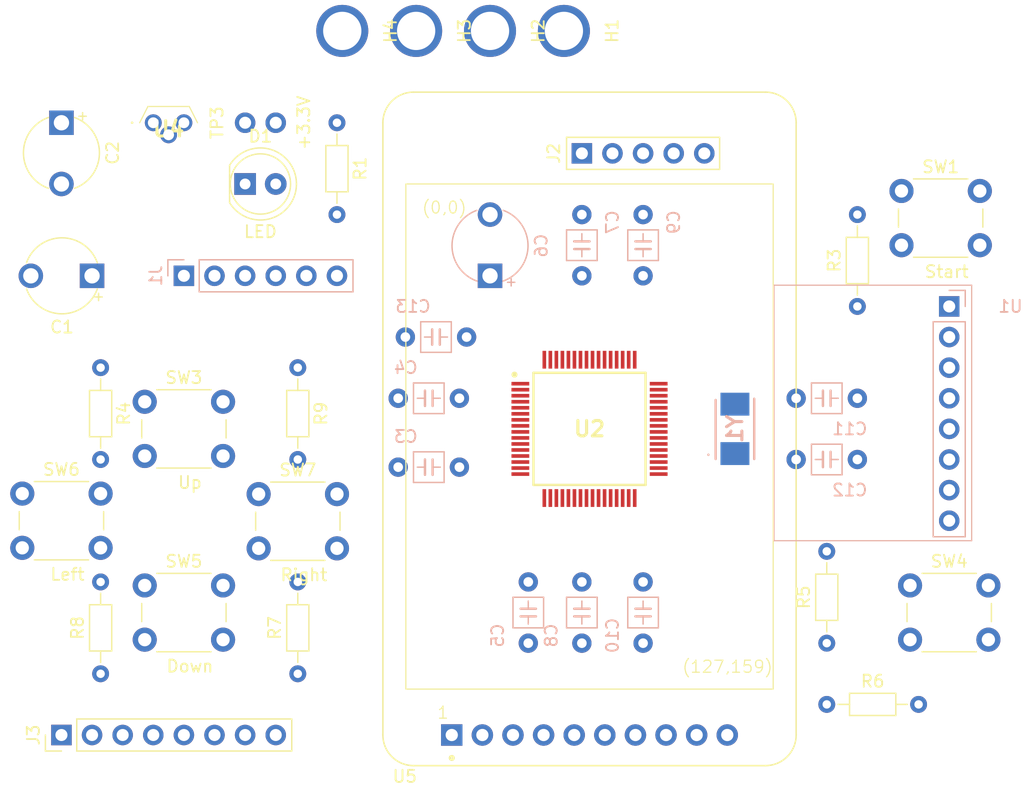
<source format=kicad_pcb>
(kicad_pcb (version 20221018) (generator pcbnew)
  (layers (0 "F.Cu" signal) (31 "B.Cu" signal) (34 "B.Paste" user) (35 "F.Paste" user) (36 "B.SilkS" user "B.Silkscreen") (37 "F.SilkS" user "F.Silkscreen") (38 "B.Mask" user) (39 "F.Mask" user) (44 "Edge.Cuts" user))
  (net 0 "")
  (net 1 "GND")
  (net 2 "+3V3")
  (net 3 "/LDO")
  (net 4 "/OSC1")
  (net 5 "/OSC2")
  (net 6 "Net-(D1-A)")
  (net 11 "/TCK")
  (net 12 "/TMS")
  (net 13 "/TDI")
  (net 14 "/TDO")
  (net 15 "PA5")
  (net 16 "PA4")
  (net 17 "PA2")
  (net 18 "PD3")
  (net 19 "PD1")
  (net 20 "PD0")
  (net 21 "PE1")
  (net 22 "PE0")
  (net 23 "+3.3V")
  (net 24 "PE3")
  (net 25 "PE2")
  (net 26 "Net-(U2-~{WAKE})")
  (net 27 "/Reset")
  (net 28 "PB6")
  (net 29 "PB7")
  (net 30 "PF4")
  (net 31 "PD7")
  (net 32 "PC7")
  (net 33 "PC6")
  (net 34 "PC5")
  (net 35 "PC4")
  (net 36 "PA0")
  (net 37 "PA1")
  (net 38 "PA3")
  (net 39 "PA6")
  (net 40 "PA7")
  (net 41 "PF0")
  (net 42 "PF1")
  (net 43 "PF2")
  (net 44 "PF3")
  (net 47 "PD4")
  (net 48 "PD5")
  (net 49 "PB0")
  (net 50 "PB1")
  (net 51 "PB2")
  (net 52 "PB3")
  (net 53 "PD6")
  (net 54 "PB5")
  (net 55 "PB4")
  (net 56 "PE4")
  (net 57 "PE5")
  (net 58 "PD2")
  (net 64 "Net-(J1-VCC)")
  (footprint "ECE445L:LED_D5.0mm" (layer "F.Cu") (at 124.46 58.42)
    (fp_text reference "D1" (at 1.27 -3.96) (layer "F.SilkS"))
    (fp_text value "LED" (at 1.27 3.96) (layer "F.SilkS"))
    (fp_line (start -1.29 -1.545) (end -1.29 1.545) (stroke (width 0.12)) (layer "F.SilkS"))
    (fp_arc (start -1.29 -1.54483) (mid 2.072002 -2.880433) (end 4.26 0.000462) (stroke (width 0.12)) (layer "F.SilkS"))
    (fp_arc (start 4.26 -0.000462) (mid 2.072002 2.880433) (end -1.29 1.54483) (stroke (width 0.12)) (layer "F.SilkS"))
    (fp_circle (center 1.27 0) (end 3.77 0) (stroke (width 0.12)) (fill none) (layer "F.SilkS"))
    (pad "1" thru_hole rect (at 0 0) (size 1.8 1.8) (drill 0.9) (layers "*.Cu" "*.Mask") (net 1 "GND"))
    (pad "2" thru_hole circle (at 2.54 0) (size 1.8 1.8) (drill 0.9) (layers "*.Cu" "*.Mask") (net 6 "Net-(D1-A)"))
  )
  (footprint "ECE445L:R_Axial_DIN0204_L3.6mm_D1.6mm_P7.62mm_Horizontal" (layer "F.Cu") (at 128.83 73.66 -90)
    (fp_text reference "R9" (at 3.81 -1.92 90) (layer "F.SilkS"))
    (fp_text value "10k")
    (fp_line (start 0.94 0) (end 1.89 0) (stroke (width 0.12)) (layer "F.SilkS"))
    (fp_line (start 1.89 -0.92) (end 1.89 0.92) (stroke (width 0.12)) (layer "F.SilkS"))
    (fp_line (start 1.89 0.92) (end 5.73 0.92) (stroke (width 0.12)) (layer "F.SilkS"))
    (fp_line (start 5.73 -0.92) (end 1.89 -0.92) (stroke (width 0.12)) (layer "F.SilkS"))
    (fp_line (start 5.73 0.92) (end 5.73 -0.92) (stroke (width 0.12)) (layer "F.SilkS"))
    (fp_line (start 6.68 0) (end 5.73 0) (stroke (width 0.12)) (layer "F.SilkS"))
    (pad "1" thru_hole circle (at 0 0 270) (size 1.4 1.4) (drill 0.7) (layers "*.Cu" "*.Mask") (net 23 "+3.3V"))
    (pad "2" thru_hole oval (at 7.62 0 270) (size 1.4 1.4) (drill 0.7) (layers "*.Cu" "*.Mask") (net 54 "PB5"))
  )
  (footprint "ECE445L:CP_Radial_Tantal200mil" (layer "F.Cu") (at 111.76 66.04 180)
    (fp_text reference "C1" (at 2.5 -4.25) (layer "F.SilkS"))
    (fp_text value "4.7uF")
    (fp_line (start -0.839749 -1.755) (end -0.239749 -1.755) (stroke (width 0.12)) (layer "F.SilkS"))
    (fp_line (start -0.539749 -2.055) (end -0.539749 -1.455) (stroke (width 0.12)) (layer "F.SilkS"))
    (fp_arc (start -0.434416 -1.0922) (mid 2.5 -3.1522) (end 5.434416 -1.0922) (stroke (width 0.12)) (layer "F.SilkS"))
    (fp_arc (start 5.434416 1.0922) (mid 2.5 3.1522) (end -0.434416 1.0922) (stroke (width 0.12)) (layer "F.SilkS"))
    (pad "1" thru_hole rect (at 0 0 180) (size 2.032 2.032) (drill 1.27) (layers "*.Cu" "*.Mask") (net 64 "Net-(J1-VCC)"))
    (pad "2" thru_hole circle (at 5.08 0 180) (size 2.032 2.032) (drill 1.27) (layers "*.Cu" "*.Mask") (net 1 "GND"))
  )
  (footprint "ECE445L:SW_PUSH_6mm" (layer "F.Cu") (at 116.13 76.49)
    (fp_text reference "SW3" (at 3.25 -2) (layer "F.SilkS"))
    (fp_text value "Up" (at 3.75 6.7) (layer "F.SilkS"))
    (fp_line (start -0.25 1.5) (end -0.25 3) (stroke (width 0.12)) (layer "F.SilkS"))
    (fp_line (start 1 5.5) (end 5.5 5.5) (stroke (width 0.12)) (layer "F.SilkS"))
    (fp_line (start 5.5 -1) (end 1 -1) (stroke (width 0.12)) (layer "F.SilkS"))
    (fp_line (start 6.75 3) (end 6.75 1.5) (stroke (width 0.12)) (layer "F.SilkS"))
    (pad "1" thru_hole circle (at 0 0 90) (size 2 2) (drill 1.1) (layers "*.Cu" "*.Mask") (net 1 "GND"))
    (pad "1" thru_hole circle (at 6.5 0 90) (size 2 2) (drill 1.1) (layers "*.Cu" "*.Mask") (net 1 "GND"))
    (pad "2" thru_hole circle (at 0 4.5 90) (size 2 2) (drill 1.1) (layers "*.Cu" "*.Mask") (net 24 "PE3"))
    (pad "2" thru_hole circle (at 6.5 4.5 90) (size 2 2) (drill 1.1) (layers "*.Cu" "*.Mask") (net 24 "PE3"))
  )
  (footprint "ECE445L:SW_PUSH_6mm" (layer "F.Cu") (at 125.583076 84.152532)
    (fp_text reference "SW7" (at 3.25 -2) (layer "F.SilkS"))
    (fp_text value "Right" (at 3.75 6.7) (layer "F.SilkS"))
    (fp_line (start -0.25 1.5) (end -0.25 3) (stroke (width 0.12)) (layer "F.SilkS"))
    (fp_line (start 1 5.5) (end 5.5 5.5) (stroke (width 0.12)) (layer "F.SilkS"))
    (fp_line (start 5.5 -1) (end 1 -1) (stroke (width 0.12)) (layer "F.SilkS"))
    (fp_line (start 6.75 3) (end 6.75 1.5) (stroke (width 0.12)) (layer "F.SilkS"))
    (pad "1" thru_hole circle (at 0 0 90) (size 2 2) (drill 1.1) (layers "*.Cu" "*.Mask") (net 54 "PB5"))
    (pad "1" thru_hole circle (at 6.5 0 90) (size 2 2) (drill 1.1) (layers "*.Cu" "*.Mask") (net 54 "PB5"))
    (pad "2" thru_hole circle (at 0 4.5 90) (size 2 2) (drill 1.1) (layers "*.Cu" "*.Mask") (net 1 "GND"))
    (pad "2" thru_hole circle (at 6.5 4.5 90) (size 2 2) (drill 1.1) (layers "*.Cu" "*.Mask") (net 1 "GND"))
  )
  (footprint "ECE445L:R_Axial_DIN0204_L3.6mm_D1.6mm_P7.62mm_Horizontal" (layer "F.Cu") (at 112.47 99.06 90)
    (fp_text reference "R8" (at 3.81 -1.92 90) (layer "F.SilkS"))
    (fp_text value "10k")
    (fp_line (start 0.94 0) (end 1.89 0) (stroke (width 0.12)) (layer "F.SilkS"))
    (fp_line (start 1.89 -0.92) (end 1.89 0.92) (stroke (width 0.12)) (layer "F.SilkS"))
    (fp_line (start 1.89 0.92) (end 5.73 0.92) (stroke (width 0.12)) (layer "F.SilkS"))
    (fp_line (start 5.73 -0.92) (end 1.89 -0.92) (stroke (width 0.12)) (layer "F.SilkS"))
    (fp_line (start 5.73 0.92) (end 5.73 -0.92) (stroke (width 0.12)) (layer "F.SilkS"))
    (fp_line (start 6.68 0) (end 5.73 0) (stroke (width 0.12)) (layer "F.SilkS"))
    (pad "1" thru_hole circle (at 0 0 90) (size 1.4 1.4) (drill 0.7) (layers "*.Cu" "*.Mask") (net 23 "+3.3V"))
    (pad "2" thru_hole oval (at 7.62 0 90) (size 1.4 1.4) (drill 0.7) (layers "*.Cu" "*.Mask") (net 55 "PB4"))
  )
  (footprint "ECE445L:CP_Radial_Tantal200mil" (layer "F.Cu") (at 109.22 53.34 -90)
    (fp_text reference "C2" (at 2.5 -4.25 90) (layer "F.SilkS"))
    (fp_text value "4.7uF")
    (fp_line (start -0.839749 -1.755) (end -0.239749 -1.755) (stroke (width 0.12)) (layer "F.SilkS"))
    (fp_line (start -0.539749 -2.055) (end -0.539749 -1.455) (stroke (width 0.12)) (layer "F.SilkS"))
    (fp_arc (start -0.434416 -1.0922) (mid 2.5 -3.1522) (end 5.434416 -1.0922) (stroke (width 0.12)) (layer "F.SilkS"))
    (fp_arc (start 5.434416 1.0922) (mid 2.5 3.1522) (end -0.434416 1.0922) (stroke (width 0.12)) (layer "F.SilkS"))
    (pad "1" thru_hole rect (at 0 0 270) (size 2.032 2.032) (drill 1.27) (layers "*.Cu" "*.Mask") (net 2 "+3V3"))
    (pad "2" thru_hole circle (at 5.08 0 270) (size 2.032 2.032) (drill 1.27) (layers "*.Cu" "*.Mask") (net 1 "GND"))
  )
  (footprint "ECE445L:R_Axial_DIN0204_L3.6mm_D1.6mm_P7.62mm_Horizontal" (layer "F.Cu") (at 112.47 73.66 -90)
    (fp_text reference "R4" (at 3.81 -1.92 90) (layer "F.SilkS"))
    (fp_text value "10k")
    (fp_line (start 0.94 0) (end 1.89 0) (stroke (width 0.12)) (layer "F.SilkS"))
    (fp_line (start 1.89 -0.92) (end 1.89 0.92) (stroke (width 0.12)) (layer "F.SilkS"))
    (fp_line (start 1.89 0.92) (end 5.73 0.92) (stroke (width 0.12)) (layer "F.SilkS"))
    (fp_line (start 5.73 -0.92) (end 1.89 -0.92) (stroke (width 0.12)) (layer "F.SilkS"))
    (fp_line (start 5.73 0.92) (end 5.73 -0.92) (stroke (width 0.12)) (layer "F.SilkS"))
    (fp_line (start 6.68 0) (end 5.73 0) (stroke (width 0.12)) (layer "F.SilkS"))
    (pad "1" thru_hole circle (at 0 0 270) (size 1.4 1.4) (drill 0.7) (layers "*.Cu" "*.Mask") (net 23 "+3.3V"))
    (pad "2" thru_hole oval (at 7.62 0 270) (size 1.4 1.4) (drill 0.7) (layers "*.Cu" "*.Mask") (net 24 "PE3"))
  )
  (footprint "ECE445L:adafruit_st7735r2" (layer "F.Cu") (at 153.035 78.74)
    (fp_text reference "U5" (at -15.326822 28.835464) (layer "F.SilkS"))
    (fp_text value "Adafruit ST7735R")
    (fp_text user "(0,0)" (at -13.97 -17.78 unlocked) (layer "F.SilkS") (effects (font (thickness 0.1)) (justify left bottom)))
    (fp_text user "(127,159)" (at 7.62 20.32 unlocked) (layer "F.SilkS") (effects (font (thickness 0.1)) (justify left bottom)))
    (fp_text user "1" (at -12.7 24.13 unlocked) (layer "F.SilkS") (effects (font (thickness 0.1)) (justify left bottom)))
    (fp_line (start -17.145 -25.4) (end -17.145 25.4) (stroke (width 0.127)) (layer "F.SilkS"))
    (fp_line (start -14.605 27.94) (end 14.605 27.94) (stroke (width 0.127)) (layer "F.SilkS"))
    (fp_line (start 14.605 -27.94) (end -14.605 -27.94) (stroke (width 0.127)) (layer "F.SilkS"))
    (fp_line (start 17.145 25.4) (end 17.145 -25.4) (stroke (width 0.127)) (layer "F.SilkS"))
    (fp_rect (start -15.24 -20.32) (end 15.24 21.59) (stroke (width 0.1)) (fill none) (layer "F.SilkS"))
    (fp_arc (start -17.145 -25.4) (mid -16.401051 -27.196051) (end -14.605 -27.94) (stroke (width 0.127)) (layer "F.SilkS"))
    (fp_arc (start -14.605 27.94) (mid -16.401051 27.196051) (end -17.145 25.4) (stroke (width 0.127)) (layer "F.SilkS"))
    (fp_arc (start 14.605 -27.94) (mid 16.401051 -27.196051) (end 17.145 -25.4) (stroke (width 0.127)) (layer "F.SilkS"))
    (fp_arc (start 17.145 25.4) (mid 16.401051 27.196051) (end 14.605 27.94) (stroke (width 0.127)) (layer "F.SilkS"))
    (fp_circle (center -11.43 27.305) (end -11.2776 27.305) (stroke (width 0.2032)) (fill none) (layer "F.SilkS"))
    (pad "" np_thru_hole circle (at -14.605 -25.4 90) (size 2.2 2.2) (drill 2.2) (layers "*.Cu" "*.Mask"))
    (pad "" np_thru_hole circle (at -14.605 25.4 90) (size 2.2 2.2) (drill 2.2) (layers "F&B.Cu" "*.Mask"))
    (pad "" np_thru_hole circle (at 14.605 -25.4 90) (size 2.2 2.2) (drill 2.2) (layers "F&B.Cu" "*.Mask"))
    (pad "" np_thru_hole circle (at 14.605 25.4 90) (size 2.2 2.2) (drill 2.2) (layers "F&B.Cu" "*.Mask"))
    (pad "1" thru_hole rect (at -11.43 25.4 90) (size 1.778 1.778) (drill 1.016) (layers "*.Cu" "*.Mask") (net 1 "GND"))
    (pad "2" thru_hole circle (at -8.89 25.4 90) (size 1.778 1.778) (drill 1.016) (layers "*.Cu" "*.Mask") (net 2 "+3V3"))
    (pad "3" thru_hole circle (at -6.35 25.4 90) (size 1.778 1.778) (drill 1.016) (layers "*.Cu" "*.Mask") (net 40 "PA7"))
    (pad "4" thru_hole circle (at -3.81 25.4 90) (size 1.778 1.778) (drill 1.016) (layers "*.Cu" "*.Mask") (net 39 "PA6"))
    (pad "5" thru_hole circle (at -1.27 25.4 90) (size 1.778 1.778) (drill 1.016) (layers "*.Cu" "*.Mask") (net 31 "PD7"))
    (pad "6" thru_hole circle (at 1.27 25.4 90) (size 1.778 1.778) (drill 1.016) (layers "*.Cu" "*.Mask") (net 38 "PA3"))
    (pad "7" thru_hole circle (at 3.81 25.4 90) (size 1.778 1.778) (drill 1.016) (layers "*.Cu" "*.Mask") (net 15 "PA5"))
    (pad "8" thru_hole circle (at 6.35 25.4 90) (size 1.778 1.778) (drill 1.016) (layers "*.Cu" "*.Mask") (net 17 "PA2"))
    (pad "9" thru_hole circle (at 8.89 25.4 90) (size 1.778 1.778) (drill 1.016) (layers "*.Cu" "*.Mask") (net 16 "PA4"))
    (pad "10" thru_hole circle (at 11.43 25.4 90) (size 1.778 1.778) (drill 1.016) (layers "*.Cu" "*.Mask") (net 2 "+3V3"))
  )
  (footprint "ECE445L:TL431CLPM" (layer "F.Cu") (at 116.84 53.34)
    (fp_text reference "U4" (at 1.27 0.525) (layer "F.SilkS") (effects (font (size 1.27 1.27) (thickness 0.254))))
    (fp_text value "LP2950-33LPRE3" hide)
    (fp_line (start -1.809 -0.005) (end -1.809 -0.005) (stroke (width 0.1)) (layer "F.SilkS"))
    (fp_line (start -1.707 -0.005) (end -1.707 -0.005) (stroke (width 0.1)) (layer "F.SilkS"))
    (fp_line (start -0.445 -1.35) (end -1.13 0) (stroke (width 0.1)) (layer "F.SilkS"))
    (fp_line (start 2.985 -1.35) (end -0.445 -1.35) (stroke (width 0.1)) (layer "F.SilkS"))
    (fp_line (start 3.67 0) (end 2.985 -1.35) (stroke (width 0.1)) (layer "F.SilkS"))
    (fp_arc (start -1.809 -0.005) (mid -1.758 -0.056) (end -1.707 -0.005) (stroke (width 0.1)) (layer "F.SilkS"))
    (fp_arc (start -1.707 -0.005) (mid -1.758 0.046) (end -1.809 -0.005) (stroke (width 0.1)) (layer "F.SilkS"))
    (pad "1" thru_hole circle (at 0 0) (size 1.4 1.4) (drill 0.9) (layers "*.Cu" "*.Mask") (net 2 "+3V3"))
    (pad "2" thru_hole circle (at 1.27 1) (size 1.4 1.4) (drill 0.9) (layers "*.Cu" "*.Mask") (net 1 "GND"))
    (pad "3" thru_hole circle (at 2.54 0) (size 1.4 1.4) (drill 0.9) (layers "*.Cu" "*.Mask") (net 64 "Net-(J1-VCC)"))
  )
  (footprint "ECE445L:R_Axial_DIN0204_L3.6mm_D1.6mm_P7.62mm_Horizontal" (layer "F.Cu") (at 175.26 68.58 90)
    (fp_text reference "R3" (at 3.81 -1.92 90) (layer "F.SilkS"))
    (fp_text value "10k")
    (fp_line (start 0.94 0) (end 1.89 0) (stroke (width 0.12)) (layer "F.SilkS"))
    (fp_line (start 1.89 -0.92) (end 1.89 0.92) (stroke (width 0.12)) (layer "F.SilkS"))
    (fp_line (start 1.89 0.92) (end 5.73 0.92) (stroke (width 0.12)) (layer "F.SilkS"))
    (fp_line (start 5.73 -0.92) (end 1.89 -0.92) (stroke (width 0.12)) (layer "F.SilkS"))
    (fp_line (start 5.73 0.92) (end 5.73 -0.92) (stroke (width 0.12)) (layer "F.SilkS"))
    (fp_line (start 6.68 0) (end 5.73 0) (stroke (width 0.12)) (layer "F.SilkS"))
    (pad "1" thru_hole circle (at 0 0 90) (size 1.4 1.4) (drill 0.7) (layers "*.Cu" "*.Mask") (net 23 "+3.3V"))
    (pad "2" thru_hole oval (at 7.62 0 90) (size 1.4 1.4) (drill 0.7) (layers "*.Cu" "*.Mask") (net 58 "PD2"))
  )
  (footprint "ECE445L:R_Axial_DIN0204_L3.6mm_D1.6mm_P7.62mm_Horizontal" (layer "F.Cu") (at 172.72 101.6)
    (fp_text reference "R6" (at 3.81 -1.92) (layer "F.SilkS"))
    (fp_text value "10k")
    (fp_line (start 0.94 0) (end 1.89 0) (stroke (width 0.12)) (layer "F.SilkS"))
    (fp_line (start 1.89 -0.92) (end 1.89 0.92) (stroke (width 0.12)) (layer "F.SilkS"))
    (fp_line (start 1.89 0.92) (end 5.73 0.92) (stroke (width 0.12)) (layer "F.SilkS"))
    (fp_line (start 5.73 -0.92) (end 1.89 -0.92) (stroke (width 0.12)) (layer "F.SilkS"))
    (fp_line (start 5.73 0.92) (end 5.73 -0.92) (stroke (width 0.12)) (layer "F.SilkS"))
    (fp_line (start 6.68 0) (end 5.73 0) (stroke (width 0.12)) (layer "F.SilkS"))
    (pad "1" thru_hole circle (at 0 0) (size 1.4 1.4) (drill 0.7) (layers "*.Cu" "*.Mask") (net 2 "+3V3"))
    (pad "2" thru_hole oval (at 7.62 0) (size 1.4 1.4) (drill 0.7) (layers "*.Cu" "*.Mask") (net 27 "/Reset"))
  )
  (footprint "ECE445L:MountingHole_4_40" (layer "F.Cu") (at 150.91 45.72 -90)
    (fp_text reference "H1" (at 0 -4 90) (layer "F.SilkS"))
    (fp_text value "~")
    (pad "1" thru_hole circle (at 0 0 270) (size 4.318 4.318) (drill 3.175) (layers "*.Cu" "*.Mask"))
  )
  (footprint "Button_Switch_THT:SW_PUSH_6mm" (layer "F.Cu") (at 179.63 91.73)
    (fp_text reference "SW4" (at 3.25 -2) (layer "F.SilkS"))
    (fp_text value "Reset")
    (fp_line (start -0.25 1.5) (end -0.25 3) (stroke (width 0.12)) (layer "F.SilkS"))
    (fp_line (start 1 5.5) (end 5.5 5.5) (stroke (width 0.12)) (layer "F.SilkS"))
    (fp_line (start 5.5 -1) (end 1 -1) (stroke (width 0.12)) (layer "F.SilkS"))
    (fp_line (start 6.75 3) (end 6.75 1.5) (stroke (width 0.12)) (layer "F.SilkS"))
    (pad "1" thru_hole circle (at 0 0 90) (size 2 2) (drill 1.1) (layers "*.Cu" "*.Mask") (net 1 "GND"))
    (pad "1" thru_hole circle (at 6.5 0 90) (size 2 2) (drill 1.1) (layers "*.Cu" "*.Mask") (net 1 "GND"))
    (pad "2" thru_hole circle (at 0 4.5 90) (size 2 2) (drill 1.1) (layers "*.Cu" "*.Mask") (net 27 "/Reset"))
    (pad "2" thru_hole circle (at 6.5 4.5 90) (size 2 2) (drill 1.1) (layers "*.Cu" "*.Mask") (net 27 "/Reset"))
  )
  (footprint "ECE445L:R_Axial_DIN0204_L3.6mm_D1.6mm_P7.62mm_Horizontal" (layer "F.Cu") (at 132.08 53.34 -90)
    (fp_text reference "R1" (at 3.81 -1.92 90) (layer "F.SilkS"))
    (fp_text value "470")
    (fp_line (start 0.94 0) (end 1.89 0) (stroke (width 0.12)) (layer "F.SilkS"))
    (fp_line (start 1.89 -0.92) (end 1.89 0.92) (stroke (width 0.12)) (layer "F.SilkS"))
    (fp_line (start 1.89 0.92) (end 5.73 0.92) (stroke (width 0.12)) (layer "F.SilkS"))
    (fp_line (start 5.73 -0.92) (end 1.89 -0.92) (stroke (width 0.12)) (layer "F.SilkS"))
    (fp_line (start 5.73 0.92) (end 5.73 -0.92) (stroke (width 0.12)) (layer "F.SilkS"))
    (fp_line (start 6.68 0) (end 5.73 0) (stroke (width 0.12)) (layer "F.SilkS"))
    (pad "1" thru_hole circle (at 0 0 270) (size 1.4 1.4) (drill 0.7) (layers "*.Cu" "*.Mask") (net 2 "+3V3"))
    (pad "2" thru_hole oval (at 7.62 0 270) (size 1.4 1.4) (drill 0.7) (layers "*.Cu" "*.Mask") (net 6 "Net-(D1-A)"))
  )
  (footprint "ECE445L:SW_PUSH_6mm" (layer "F.Cu") (at 116.13 91.73)
    (fp_text reference "SW5" (at 3.25 -2) (layer "F.SilkS"))
    (fp_text value "Down" (at 3.75 6.7) (layer "F.SilkS"))
    (fp_line (start -0.25 1.5) (end -0.25 3) (stroke (width 0.12)) (layer "F.SilkS"))
    (fp_line (start 1 5.5) (end 5.5 5.5) (stroke (width 0.12)) (layer "F.SilkS"))
    (fp_line (start 5.5 -1) (end 1 -1) (stroke (width 0.12)) (layer "F.SilkS"))
    (fp_line (start 6.75 3) (end 6.75 1.5) (stroke (width 0.12)) (layer "F.SilkS"))
    (pad "1" thru_hole circle (at 0 0 90) (size 2 2) (drill 1.1) (layers "*.Cu" "*.Mask") (net 25 "PE2"))
    (pad "1" thru_hole circle (at 6.5 0 90) (size 2 2) (drill 1.1) (layers "*.Cu" "*.Mask") (net 25 "PE2"))
    (pad "2" thru_hole circle (at 0 4.5 90) (size 2 2) (drill 1.1) (layers "*.Cu" "*.Mask") (net 1 "GND"))
    (pad "2" thru_hole circle (at 6.5 4.5 90) (size 2 2) (drill 1.1) (layers "*.Cu" "*.Mask") (net 1 "GND"))
  )
  (footprint "ECE445L:QFP50P1200X1200X160-64N" (layer "F.Cu") (at 153.035 78.74)
    (fp_text reference "U2" (at 0 0) (layer "F.SilkS") (effects (font (size 1.27 1.27) (thickness 0.254))))
    (fp_text value "TM4C123GH6PMIR" hide)
    (fp_line (start -4.65 -4.65) (end 4.65 -4.65) (stroke (width 0.2)) (layer "F.SilkS"))
    (fp_line (start -4.65 4.65) (end -4.65 -4.65) (stroke (width 0.2)) (layer "F.SilkS"))
    (fp_line (start 4.65 -4.65) (end 4.65 4.65) (stroke (width 0.2)) (layer "F.SilkS"))
    (fp_line (start 4.65 4.65) (end -4.65 4.65) (stroke (width 0.2)) (layer "F.SilkS"))
    (fp_circle (center -6.225 -4.5) (end -6.225 -4.375) (stroke (width 0.25)) (fill none) (layer "F.SilkS"))
    (pad "1" smd rect (at -5.738 -3.75 90) (size 0.3 1.475) (layers "F.Cu" "F.Paste" "F.Mask") (net 28 "PB6"))
    (pad "2" smd rect (at -5.738 -3.25 90) (size 0.3 1.475) (layers "F.Cu" "F.Paste" "F.Mask") (net 2 "+3V3"))
    (pad "3" smd rect (at -5.738 -2.75 90) (size 0.3 1.475) (layers "F.Cu" "F.Paste" "F.Mask") (net 1 "GND"))
    (pad "4" smd rect (at -5.738 -2.25 90) (size 0.3 1.475) (layers "F.Cu" "F.Paste" "F.Mask") (net 29 "PB7"))
    (pad "5" smd rect (at -5.738 -1.75 90) (size 0.3 1.475) (layers "F.Cu" "F.Paste" "F.Mask") (net 30 "PF4"))
    (pad "6" smd rect (at -5.738 -1.25 90) (size 0.3 1.475) (layers "F.Cu" "F.Paste" "F.Mask") (net 24 "PE3"))
    (pad "7" smd rect (at -5.738 -0.75 90) (size 0.3 1.475) (layers "F.Cu" "F.Paste" "F.Mask") (net 25 "PE2"))
    (pad "8" smd rect (at -5.738 -0.25 90) (size 0.3 1.475) (layers "F.Cu" "F.Paste" "F.Mask") (net 21 "PE1"))
    (pad "9" smd rect (at -5.738 0.25 90) (size 0.3 1.475) (layers "F.Cu" "F.Paste" "F.Mask") (net 22 "PE0"))
    (pad "10" smd rect (at -5.738 0.75 90) (size 0.3 1.475) (layers "F.Cu" "F.Paste" "F.Mask") (net 31 "PD7"))
    (pad "11" smd rect (at -5.738 1.25 90) (size 0.3 1.475) (layers "F.Cu" "F.Paste" "F.Mask") (net 2 "+3V3"))
    (pad "12" smd rect (at -5.738 1.75 90) (size 0.3 1.475) (layers "F.Cu" "F.Paste" "F.Mask") (net 1 "GND"))
    (pad "13" smd rect (at -5.738 2.25 90) (size 0.3 1.475) (layers "F.Cu" "F.Paste" "F.Mask") (net 32 "PC7"))
    (pad "14" smd rect (at -5.738 2.75 90) (size 0.3 1.475) (layers "F.Cu" "F.Paste" "F.Mask") (net 33 "PC6"))
    (pad "15" smd rect (at -5.738 3.25 90) (size 0.3 1.475) (layers "F.Cu" "F.Paste" "F.Mask") (net 34 "PC5"))
    (pad "16" smd rect (at -5.738 3.75 90) (size 0.3 1.475) (layers "F.Cu" "F.Paste" "F.Mask") (net 35 "PC4"))
    (pad "17" smd rect (at -3.75 5.738) (size 0.3 1.475) (layers "F.Cu" "F.Paste" "F.Mask") (net 36 "PA0"))
    (pad "18" smd rect (at -3.25 5.738) (size 0.3 1.475) (layers "F.Cu" "F.Paste" "F.Mask") (net 37 "PA1"))
    (pad "19" smd rect (at -2.75 5.738) (size 0.3 1.475) (layers "F.Cu" "F.Paste" "F.Mask") (net 17 "PA2"))
    (pad "20" smd rect (at -2.25 5.738) (size 0.3 1.475) (layers "F.Cu" "F.Paste" "F.Mask") (net 38 "PA3"))
    (pad "21" smd rect (at -1.75 5.738) (size 0.3 1.475) (layers "F.Cu" "F.Paste" "F.Mask") (net 16 "PA4"))
    (pad "22" smd rect (at -1.25 5.738) (size 0.3 1.475) (layers "F.Cu" "F.Paste" "F.Mask") (net 15 "PA5"))
    (pad "23" smd rect (at -0.75 5.738) (size 0.3 1.475) (layers "F.Cu" "F.Paste" "F.Mask") (net 39 "PA6"))
    (pad "24" smd rect (at -0.25 5.738) (size 0.3 1.475) (layers "F.Cu" "F.Paste" "F.Mask") (net 40 "PA7"))
    (pad "25" smd rect (at 0.25 5.738) (size 0.3 1.475) (layers "F.Cu" "F.Paste" "F.Mask") (net 3 "/LDO"))
    (pad "26" smd rect (at 0.75 5.738) (size 0.3 1.475) (layers "F.Cu" "F.Paste" "F.Mask") (net 2 "+3V3"))
    (pad "27" smd rect (at 1.25 5.738) (size 0.3 1.475) (layers "F.Cu" "F.Paste" "F.Mask") (net 1 "GND"))
    (pad "28" smd rect (at 1.75 5.738) (size 0.3 1.475) (layers "F.Cu" "F.Paste" "F.Mask") (net 41 "PF0"))
    (pad "29" smd rect (at 2.25 5.738) (size 0.3 1.475) (layers "F.Cu" "F.Paste" "F.Mask") (net 42 "PF1"))
    (pad "30" smd rect (at 2.75 5.738) (size 0.3 1.475) (layers "F.Cu" "F.Paste" "F.Mask") (net 43 "PF2"))
    (pad "31" smd rect (at 3.25 5.738) (size 0.3 1.475) (layers "F.Cu" "F.Paste" "F.Mask") (net 44 "PF3"))
    (pad "32" smd rect (at 3.75 5.738) (size 0.3 1.475) (layers "F.Cu" "F.Paste" "F.Mask") (net 26 "Net-(U2-~{WAKE})"))
    (pad "33" smd rect (at 5.738 3.75 90) (size 0.3 1.475) (layers "F.Cu" "F.Paste" "F.Mask"))
    (pad "34" smd rect (at 5.738 3.25 90) (size 0.3 1.475) (layers "F.Cu" "F.Paste" "F.Mask") (net 1 "GND"))
    (pad "35" smd rect (at 5.738 2.75 90) (size 0.3 1.475) (layers "F.Cu" "F.Paste" "F.Mask") (net 1 "GND"))
    (pad "36" smd rect (at 5.738 2.25 90) (size 0.3 1.475) (layers "F.Cu" "F.Paste" "F.Mask"))
    (pad "37" smd rect (at 5.738 1.75 90) (size 0.3 1.475) (layers "F.Cu" "F.Paste" "F.Mask") (net 2 "+3V3"))
    (pad "38" smd rect (at 5.738 1.25 90) (size 0.3 1.475) (layers "F.Cu" "F.Paste" "F.Mask") (net 27 "/Reset"))
    (pad "39" smd rect (at 5.738 0.75 90) (size 0.3 1.475) (layers "F.Cu" "F.Paste" "F.Mask") (net 1 "GND"))
    (pad "40" smd rect (at 5.738 0.25 90) (size 0.3 1.475) (layers "F.Cu" "F.Paste" "F.Mask") (net 5 "/OSC2"))
    (pad "41" smd rect (at 5.738 -0.25 90) (size 0.3 1.475) (layers "F.Cu" "F.Paste" "F.Mask") (net 4 "/OSC1"))
    (pad "42" smd rect (at 5.738 -0.75 90) (size 0.3 1.475) (layers "F.Cu" "F.Paste" "F.Mask") (net 2 "+3V3"))
    (pad "43" smd rect (at 5.738 -1.25 90) (size 0.3 1.475) (layers "F.Cu" "F.Paste" "F.Mask") (net 47 "PD4"))
    (pad "44" smd rect (at 5.738 -1.75 90) (size 0.3 1.475) (layers "F.Cu" "F.Paste" "F.Mask") (net 48 "PD5"))
    (pad "45" smd rect (at 5.738 -2.25 90) (size 0.3 1.475) (layers "F.Cu" "F.Paste" "F.Mask") (net 49 "PB0"))
    (pad "46" smd rect (at 5.738 -2.75 90) (size 0.3 1.475) (layers "F.Cu" "F.Paste" "F.Mask") (net 50 "PB1"))
    (pad "47" smd rect (at 5.738 -3.25 90) (size 0.3 1.475) (layers "F.Cu" "F.Paste" "F.Mask") (net 51 "PB2"))
    (pad "48" smd rect (at 5.738 -3.75 90) (size 0.3 1.475) (layers "F.Cu" "F.Paste" "F.Mask") (net 52 "PB3"))
    (pad "49" smd rect (at 3.75 -5.738) (size 0.3 1.475) (layers "F.Cu" "F.Paste" "F.Mask") (net 14 "/TDO"))
    (pad "50" smd rect (at 3.25 -5.738) (size 0.3 1.475) (layers "F.Cu" "F.Paste" "F.Mask") (net 13 "/TDI"))
    (pad "51" smd rect (at 2.75 -5.738) (size 0.3 1.475) (layers "F.Cu" "F.Paste" "F.Mask") (net 12 "/TMS"))
    (pad "52" smd rect (at 2.25 -5.738) (size 0.3 1.475) (layers "F.Cu" "F.Paste" "F.Mask") (net 11 "/TCK"))
    (pad "53" smd rect (at 1.75 -5.738) (size 0.3 1.475) (layers "F.Cu" "F.Paste" "F.Mask") (net 53 "PD6"))
    (pad "54" smd rect (at 1.25 -5.738) (size 0.3 1.475) (layers "F.Cu" "F.Paste" "F.Mask") (net 2 "+3V3"))
    (pad "55" smd rect (at 0.75 -5.738) (size 0.3 1.475) (layers "F.Cu" "F.Paste" "F.Mask") (net 1 "GND"))
    (pad "56" smd rect (at 0.25 -5.738) (size 0.3 1.475) (layers "F.Cu" "F.Paste" "F.Mask") (net 3 "/LDO"))
    (pad "57" smd rect (at -0.25 -5.738) (size 0.3 1.475) (layers "F.Cu" "F.Paste" "F.Mask") (net 54 "PB5"))
    (pad "58" smd rect (at -0.75 -5.738) (size 0.3 1.475) (layers "F.Cu" "F.Paste" "F.Mask") (net 55 "PB4"))
    (pad "59" smd rect (at -1.25 -5.738) (size 0.3 1.475) (layers "F.Cu" "F.Paste" "F.Mask") (net 56 "PE4"))
    (pad "60" smd rect (at -1.75 -5.738) (size 0.3 1.475) (layers "F.Cu" "F.Paste" "F.Mask") (net 57 "PE5"))
    (pad "61" smd rect (at -2.25 -5.738) (size 0.3 1.475) (layers "F.Cu" "F.Paste" "F.Mask") (net 20 "PD0"))
    (pad "62" smd rect (at -2.75 -5.738) (size 0.3 1.475) (layers "F.Cu" "F.Paste" "F.Mask") (net 19 "PD1"))
    (pad "63" smd rect (at -3.25 -5.738) (size 0.3 1.475) (layers "F.Cu" "F.Paste" "F.Mask") (net 58 "PD2"))
    (pad "64" smd rect (at -3.75 -5.738) (size 0.3 1.475) (layers "F.Cu" "F.Paste" "F.Mask") (net 18 "PD3"))
  )
  (footprint "ECE445L:Testpoint_1x02_P2.54mm" (layer "F.Cu") (at 124.46 53.34 90)
    (fp_text reference "TP3" (at 0 -2.33 90) (layer "F.SilkS"))
    (fp_text value "+3.3V" (at 0 4.87 90) (layer "F.SilkS"))
    (pad "1" thru_hole circle (at 0 0 90) (size 1.7 1.7) (drill 1) (layers "*.Cu" "*.Mask") (net 2 "+3V3"))
    (pad "2" thru_hole oval (at 0 2.54 90) (size 1.7 1.7) (drill 1) (layers "*.Cu" "*.Mask") (net 2 "+3V3"))
  )
  (footprint "ECE445L:R_Axial_DIN0204_L3.6mm_D1.6mm_P7.62mm_Horizontal" (layer "F.Cu") (at 128.83 99.06 90)
    (fp_text reference "R7" (at 3.81 -1.92 90) (layer "F.SilkS"))
    (fp_text value "10k")
    (fp_line (start 0.94 0) (end 1.89 0) (stroke (width 0.12)) (layer "F.SilkS"))
    (fp_line (start 1.89 -0.92) (end 1.89 0.92) (stroke (width 0.12)) (layer "F.SilkS"))
    (fp_line (start 1.89 0.92) (end 5.73 0.92) (stroke (width 0.12)) (layer "F.SilkS"))
    (fp_line (start 5.73 -0.92) (end 1.89 -0.92) (stroke (width 0.12)) (layer "F.SilkS"))
    (fp_line (start 5.73 0.92) (end 5.73 -0.92) (stroke (width 0.12)) (layer "F.SilkS"))
    (fp_line (start 6.68 0) (end 5.73 0) (stroke (width 0.12)) (layer "F.SilkS"))
    (pad "1" thru_hole circle (at 0 0 90) (size 1.4 1.4) (drill 0.7) (layers "*.Cu" "*.Mask") (net 23 "+3.3V"))
    (pad "2" thru_hole oval (at 7.62 0 90) (size 1.4 1.4) (drill 0.7) (layers "*.Cu" "*.Mask") (net 25 "PE2"))
  )
  (footprint "ECE445L:MountingHole_4_40" (layer "F.Cu") (at 144.78 45.72 -90)
    (fp_text reference "H2" (at 0 -4 90) (layer "F.SilkS"))
    (fp_text value "~")
    (pad "1" thru_hole circle (at 0 0 270) (size 4.318 4.318) (drill 3.175) (layers "*.Cu" "*.Mask"))
  )
  (footprint "ECE445L:SW_PUSH_6mm" (layer "F.Cu") (at 105.97 84.11)
    (fp_text reference "SW6" (at 3.25 -2) (layer "F.SilkS"))
    (fp_text value "Left" (at 3.75 6.7) (layer "F.SilkS"))
    (fp_line (start -0.25 1.5) (end -0.25 3) (stroke (width 0.12)) (layer "F.SilkS"))
    (fp_line (start 1 5.5) (end 5.5 5.5) (stroke (width 0.12)) (layer "F.SilkS"))
    (fp_line (start 5.5 -1) (end 1 -1) (stroke (width 0.12)) (layer "F.SilkS"))
    (fp_line (start 6.75 3) (end 6.75 1.5) (stroke (width 0.12)) (layer "F.SilkS"))
    (pad "1" thru_hole circle (at 0 0 90) (size 2 2) (drill 1.1) (layers "*.Cu" "*.Mask") (net 1 "GND"))
    (pad "1" thru_hole circle (at 6.5 0 90) (size 2 2) (drill 1.1) (layers "*.Cu" "*.Mask") (net 1 "GND"))
    (pad "2" thru_hole circle (at 0 4.5 90) (size 2 2) (drill 1.1) (layers "*.Cu" "*.Mask") (net 55 "PB4"))
    (pad "2" thru_hole circle (at 6.5 4.5 90) (size 2 2) (drill 1.1) (layers "*.Cu" "*.Mask") (net 55 "PB4"))
  )
  (footprint "ECE445L:R_Axial_DIN0204_L3.6mm_D1.6mm_P7.62mm_Horizontal" (layer "F.Cu") (at 172.72 96.52 90)
    (fp_text reference "R5" (at 3.81 -1.92 90) (layer "F.SilkS"))
    (fp_text value "1M")
    (fp_line (start 0.94 0) (end 1.89 0) (stroke (width 0.12)) (layer "F.SilkS"))
    (fp_line (start 1.89 -0.92) (end 1.89 0.92) (stroke (width 0.12)) (layer "F.SilkS"))
    (fp_line (start 1.89 0.92) (end 5.73 0.92) (stroke (width 0.12)) (layer "F.SilkS"))
    (fp_line (start 5.73 -0.92) (end 1.89 -0.92) (stroke (width 0.12)) (layer "F.SilkS"))
    (fp_line (start 5.73 0.92) (end 5.73 -0.92) (stroke (width 0.12)) (layer "F.SilkS"))
    (fp_line (start 6.68 0) (end 5.73 0) (stroke (width 0.12)) (layer "F.SilkS"))
    (pad "1" thru_hole circle (at 0 0 90) (size 1.4 1.4) (drill 0.7) (layers "*.Cu" "*.Mask") (net 2 "+3V3"))
    (pad "2" thru_hole oval (at 7.62 0 90) (size 1.4 1.4) (drill 0.7) (layers "*.Cu" "*.Mask") (net 26 "Net-(U2-~{WAKE})"))
  )
  (footprint "ECE445L:PinHeader_1x05_P2.54mm_Vertical" (layer "F.Cu") (at 152.4 55.88 90)
    (fp_text reference "J2" (at 0 -2.33 90) (layer "F.SilkS"))
    (fp_text value "JTAG")
    (fp_line (start -1.33 -1.27) (end -1.33 11.43) (stroke (width 0.12)) (layer "F.SilkS"))
    (fp_line (start -1.33 -1.27) (end 1.33 -1.27) (stroke (width 0.12)) (layer "F.SilkS"))
    (fp_line (start -1.33 11.43) (end 1.33 11.43) (stroke (width 0.12)) (layer "F.SilkS"))
    (fp_line (start 1.33 -1.27) (end 1.33 11.43) (stroke (width 0.12)) (layer "F.SilkS"))
    (pad "1" thru_hole rect (at 0 0 90) (size 1.7 1.7) (drill 1) (layers "*.Cu" "*.Mask") (net 1 "GND"))
    (pad "2" thru_hole oval (at 0 2.54 90) (size 1.7 1.7) (drill 1) (layers "*.Cu" "*.Mask") (net 11 "/TCK"))
    (pad "3" thru_hole oval (at 0 5.08 90) (size 1.7 1.7) (drill 1) (layers "*.Cu" "*.Mask") (net 12 "/TMS"))
    (pad "4" thru_hole oval (at 0 7.62 90) (size 1.7 1.7) (drill 1) (layers "*.Cu" "*.Mask") (net 13 "/TDI"))
    (pad "5" thru_hole oval (at 0 10.16 90) (size 1.7 1.7) (drill 1) (layers "*.Cu" "*.Mask") (net 14 "/TDO"))
  )
  (footprint "Connector_PinHeader_2.54mm:PinHeader_1x08_P2.54mm_Vertical" (layer "F.Cu") (at 109.22 104.14 90)
    (fp_text reference "J3" (at 0 -2.33 90) (layer "F.SilkS"))
    (fp_text value "Conn_01x08_Pin")
    (fp_line (start -1.33 -1.33) (end 0 -1.33) (stroke (width 0.12)) (layer "F.SilkS"))
    (fp_line (start -1.33 0) (end -1.33 -1.33) (stroke (width 0.12)) (layer "F.SilkS"))
    (fp_line (start -1.33 1.27) (end -1.33 19.11) (stroke (width 0.12)) (layer "F.SilkS"))
    (fp_line (start -1.33 1.27) (end 1.33 1.27) (stroke (width 0.12)) (layer "F.SilkS"))
    (fp_line (start -1.33 19.11) (end 1.33 19.11) (stroke (width 0.12)) (layer "F.SilkS"))
    (fp_line (start 1.33 1.27) (end 1.33 19.11) (stroke (width 0.12)) (layer "F.SilkS"))
    (pad "1" thru_hole rect (at 0 0 90) (size 1.7 1.7) (drill 1) (layers "*.Cu" "*.Mask") (net 25 "PE2"))
    (pad "2" thru_hole oval (at 0 2.54 90) (size 1.7 1.7) (drill 1) (layers "*.Cu" "*.Mask") (net 24 "PE3"))
    (pad "3" thru_hole oval (at 0 5.08 90) (size 1.7 1.7) (drill 1) (layers "*.Cu" "*.Mask") (net 56 "PE4"))
    (pad "4" thru_hole oval (at 0 7.62 90) (size 1.7 1.7) (drill 1) (layers "*.Cu" "*.Mask") (net 57 "PE5"))
    (pad "5" thru_hole oval (at 0 10.16 90) (size 1.7 1.7) (drill 1) (layers "*.Cu" "*.Mask") (net 58 "PD2"))
    (pad "6" thru_hole oval (at 0 12.7 90) (size 1.7 1.7) (drill 1) (layers "*.Cu" "*.Mask") (net 19 "PD1"))
    (pad "7" thru_hole oval (at 0 15.24 90) (size 1.7 1.7) (drill 1) (layers "*.Cu" "*.Mask") (net 20 "PD0"))
    (pad "8" thru_hole oval (at 0 17.78 90) (size 1.7 1.7) (drill 1) (layers "*.Cu" "*.Mask"))
  )
  (footprint "ECE445L:MountingHole_4_40" (layer "F.Cu") (at 132.52 45.72 -90)
    (fp_text reference "H4" (at 0 -4 90) (layer "F.SilkS"))
    (fp_text value "~")
    (pad "1" thru_hole circle (at 0 0 270) (size 4.318 4.318) (drill 3.175) (layers "*.Cu" "*.Mask"))
  )
  (footprint "ECE445L:SW_PUSH_6mm" (layer "F.Cu") (at 178.92 59)
    (fp_text reference "SW1" (at 3.25 -2) (layer "F.SilkS"))
    (fp_text value "Start" (at 3.75 6.7) (layer "F.SilkS"))
    (fp_line (start -0.25 1.5) (end -0.25 3) (stroke (width 0.12)) (layer "F.SilkS"))
    (fp_line (start 1 5.5) (end 5.5 5.5) (stroke (width 0.12)) (layer "F.SilkS"))
    (fp_line (start 5.5 -1) (end 1 -1) (stroke (width 0.12)) (layer "F.SilkS"))
    (fp_line (start 6.75 3) (end 6.75 1.5) (stroke (width 0.12)) (layer "F.SilkS"))
    (pad "1" thru_hole circle (at 0 0 90) (size 2 2) (drill 1.1) (layers "*.Cu" "*.Mask") (net 58 "PD2"))
    (pad "1" thru_hole circle (at 6.5 0 90) (size 2 2) (drill 1.1) (layers "*.Cu" "*.Mask") (net 58 "PD2"))
    (pad "2" thru_hole circle (at 0 4.5 90) (size 2 2) (drill 1.1) (layers "*.Cu" "*.Mask") (net 1 "GND"))
    (pad "2" thru_hole circle (at 6.5 4.5 90) (size 2 2) (drill 1.1) (layers "*.Cu" "*.Mask") (net 1 "GND"))
  )
  (footprint "ECE445L:MountingHole_4_40" (layer "F.Cu") (at 138.65 45.72 -90)
    (fp_text reference "H3" (at 0 -4 90) (layer "F.SilkS"))
    (fp_text value "~")
    (pad "1" thru_hole circle (at 0 0 270) (size 4.318 4.318) (drill 3.175) (layers "*.Cu" "*.Mask"))
  )
  (footprint "ECE445L:C_Axial_200mil" (layer "B.Cu") (at 152.4 91.44 -90)
    (fp_text reference "C8" (at 4.445 2.54 90) (layer "B.SilkS") (effects (justify mirror)))
    (fp_text value "0.1uF")
    (fp_line (start 1.27 -1.27) (end 3.81 -1.27) (stroke (width 0.12)) (layer "B.SilkS"))
    (fp_line (start 1.27 1.27) (end 1.27 -1.27) (stroke (width 0.12)) (layer "B.SilkS"))
    (fp_line (start 2.2225 -0.635) (end 2.2225 0.635) (stroke (width 0.2032)) (layer "B.SilkS"))
    (fp_line (start 2.2225 0) (end 1.5875 0) (stroke (width 0.12)) (layer "B.SilkS"))
    (fp_line (start 2.8575 -0.635) (end 2.8575 0.635) (stroke (width 0.2032)) (layer "B.SilkS"))
    (fp_line (start 3.4925 0) (end 2.8575 0) (stroke (width 0.12)) (layer "B.SilkS"))
    (fp_line (start 3.81 -1.27) (end 3.81 1.27) (stroke (width 0.12)) (layer "B.SilkS"))
    (fp_line (start 3.81 1.27) (end 1.27 1.27) (stroke (width 0.12)) (layer "B.SilkS"))
    (pad "1" thru_hole circle (at 0 0 270) (size 1.6 1.6) (drill 0.8) (layers "*.Cu" "*.Mask") (net 3 "/LDO"))
    (pad "2" thru_hole oval (at 5.08 0 270) (size 1.6 1.6) (drill 0.8) (layers "*.Cu" "*.Mask") (net 1 "GND"))
  )
  (footprint "gyroLibrary:PinHeader_1x08_P2.54mm_Vertical" (layer "B.Cu") (at 184.09 67.31 180)
    (fp_text reference "U1" (at -3.87 -1.27) (layer "B.SilkS") (effects (justify mirror)))
    (fp_text value "MPU-6050")
    (fp_line (start -0.652669 -20.707958) (end 15.747331 -20.707958) (stroke (width 0.1)) (layer "B.SilkS"))
    (fp_line (start -0.652669 0.492042) (end -0.652669 -20.707958) (stroke (width 0.1)) (layer "B.SilkS"))
    (fp_line (start -0.652669 0.492042) (end 15.747331 0.492042) (stroke (width 0.1)) (layer "B.SilkS"))
    (fp_line (start -0.12 -20.38) (end 2.54 -20.38) (stroke (width 0.12)) (layer "B.SilkS"))
    (fp_line (start -0.12 -2.54) (end -0.12 -20.38) (stroke (width 0.12)) (layer "B.SilkS"))
    (fp_line (start -0.12 -2.54) (end 2.54 -2.54) (stroke (width 0.12)) (layer "B.SilkS"))
    (fp_line (start -0.12 -1.27) (end -0.12 0.06) (stroke (width 0.12)) (layer "B.SilkS"))
    (fp_line (start -0.12 0.06) (end 1.21 0.06) (stroke (width 0.12)) (layer "B.SilkS"))
    (fp_line (start 2.54 -2.54) (end 2.54 -20.38) (stroke (width 0.12)) (layer "B.SilkS"))
    (fp_line (start 15.747331 0.492042) (end 15.747331 -20.707958) (stroke (width 0.1)) (layer "B.SilkS"))
    (pad "6" thru_hole oval (at 1.21 -11.43 180) (size 1.7 1.7) (drill 1) (layers "*.Cu" "*.Mask"))
    (pad "7" thru_hole oval (at 1.21 -13.97 180) (size 1.7 1.7) (drill 1) (layers "*.Cu" "*.Mask"))
    (pad "9" thru_hole oval (at 1.21 -16.51 180) (size 1.7 1.7) (drill 1) (layers "*.Cu" "*.Mask"))
    (pad "12" thru_hole oval (at 1.21 -19.05 180) (size 1.7 1.7) (drill 1) (layers "*.Cu" "*.Mask"))
    (pad "13" thru_hole rect (at 1.21 -1.27 180) (size 1.7 1.7) (drill 1) (layers "*.Cu" "*.Mask") (net 23 "+3.3V"))
    (pad "18" thru_hole oval (at 1.21 -3.81 180) (size 1.7 1.7) (drill 1) (layers "*.Cu" "*.Mask") (net 1 "GND"))
    (pad "23" thru_hole oval (at 1.21 -6.35 180) (size 1.7 1.7) (drill 1) (layers "*.Cu" "*.Mask") (net 19 "PD1"))
    (pad "24" thru_hole oval (at 1.21 -8.89 180) (size 1.7 1.7) (drill 1) (layers "*.Cu" "*.Mask") (net 20 "PD0"))
  )
  (footprint "ECE445L:C_Axial_200mil" (layer "B.Cu") (at 152.4 66.04 90)
    (fp_text reference "C7" (at 4.445 2.54 90) (layer "B.SilkS") (effects (justify mirror)))
    (fp_text value "0.1uF")
    (fp_line (start 1.27 -1.27) (end 3.81 -1.27) (stroke (width 0.12)) (layer "B.SilkS"))
    (fp_line (start 1.27 1.27) (end 1.27 -1.27) (stroke (width 0.12)) (layer "B.SilkS"))
    (fp_line (start 2.2225 -0.635) (end 2.2225 0.635) (stroke (width 0.2032)) (layer "B.SilkS"))
    (fp_line (start 2.2225 0) (end 1.5875 0) (stroke (width 0.12)) (layer "B.SilkS"))
    (fp_line (start 2.8575 -0.635) (end 2.8575 0.635) (stroke (width 0.2032)) (layer "B.SilkS"))
    (fp_line (start 3.4925 0) (end 2.8575 0) (stroke (width 0.12)) (layer "B.SilkS"))
    (fp_line (start 3.81 -1.27) (end 3.81 1.27) (stroke (width 0.12)) (layer "B.SilkS"))
    (fp_line (start 3.81 1.27) (end 1.27 1.27) (stroke (width 0.12)) (layer "B.SilkS"))
    (pad "1" thru_hole circle (at 0 0 90) (size 1.6 1.6) (drill 0.8) (layers "*.Cu" "*.Mask") (net 3 "/LDO"))
    (pad "2" thru_hole oval (at 5.08 0 90) (size 1.6 1.6) (drill 0.8) (layers "*.Cu" "*.Mask") (net 1 "GND"))
  )
  (footprint "ECE445L:C_Axial_200mil" (layer "B.Cu") (at 142.24 81.915 180)
    (fp_text reference "C3" (at 4.445 2.54) (layer "B.SilkS") (effects (justify mirror)))
    (fp_text value "0.01uF")
    (fp_line (start 1.27 -1.27) (end 3.81 -1.27) (stroke (width 0.12)) (layer "B.SilkS"))
    (fp_line (start 1.27 1.27) (end 1.27 -1.27) (stroke (width 0.12)) (layer "B.SilkS"))
    (fp_line (start 2.2225 -0.635) (end 2.2225 0.635) (stroke (width 0.2032)) (layer "B.SilkS"))
    (fp_line (start 2.2225 0) (end 1.5875 0) (stroke (width 0.12)) (layer "B.SilkS"))
    (fp_line (start 2.8575 -0.635) (end 2.8575 0.635) (stroke (width 0.2032)) (layer "B.SilkS"))
    (fp_line (start 3.4925 0) (end 2.8575 0) (stroke (width 0.12)) (layer "B.SilkS"))
    (fp_line (start 3.81 -1.27) (end 3.81 1.27) (stroke (width 0.12)) (layer "B.SilkS"))
    (fp_line (start 3.81 1.27) (end 1.27 1.27) (stroke (width 0.12)) (layer "B.SilkS"))
    (pad "1" thru_hole circle (at 0 0 180) (size 1.6 1.6) (drill 0.8) (layers "*.Cu" "*.Mask") (net 2 "+3V3"))
    (pad "2" thru_hole oval (at 5.08 0 180) (size 1.6 1.6) (drill 0.8) (layers "*.Cu" "*.Mask") (net 1 "GND"))
  )
  (footprint "ECE445L:C_Axial_200mil" (layer "B.Cu") (at 147.955 91.44 -90)
    (fp_text reference "C5" (at 4.445 2.54 90) (layer "B.SilkS") (effects (justify mirror)))
    (fp_text value "1uF")
    (fp_line (start 1.27 -1.27) (end 3.81 -1.27) (stroke (width 0.12)) (layer "B.SilkS"))
    (fp_line (start 1.27 1.27) (end 1.27 -1.27) (stroke (width 0.12)) (layer "B.SilkS"))
    (fp_line (start 2.2225 -0.635) (end 2.2225 0.635) (stroke (width 0.2032)) (layer "B.SilkS"))
    (fp_line (start 2.2225 0) (end 1.5875 0) (stroke (width 0.12)) (layer "B.SilkS"))
    (fp_line (start 2.8575 -0.635) (end 2.8575 0.635) (stroke (width 0.2032)) (layer "B.SilkS"))
    (fp_line (start 3.4925 0) (end 2.8575 0) (stroke (width 0.12)) (layer "B.SilkS"))
    (fp_line (start 3.81 -1.27) (end 3.81 1.27) (stroke (width 0.12)) (layer "B.SilkS"))
    (fp_line (start 3.81 1.27) (end 1.27 1.27) (stroke (width 0.12)) (layer "B.SilkS"))
    (pad "1" thru_hole circle (at 0 0 270) (size 1.6 1.6) (drill 0.8) (layers "*.Cu" "*.Mask") (net 3 "/LDO"))
    (pad "2" thru_hole oval (at 5.08 0 270) (size 1.6 1.6) (drill 0.8) (layers "*.Cu" "*.Mask") (net 1 "GND"))
  )
  (footprint "Connector_PinHeader_2.54mm:PinHeader_1x06_P2.54mm_Vertical" (layer "B.Cu") (at 119.38 66.04 -90)
    (fp_text reference "J1" (at 0 2.33 90) (layer "B.SilkS") (effects (justify mirror)))
    (fp_text value "Conn_01x06")
    (fp_line (start -1.33 -14.03) (end 1.33 -14.03) (stroke (width 0.12)) (layer "B.SilkS"))
    (fp_line (start -1.33 -1.27) (end -1.33 -14.03) (stroke (width 0.12)) (layer "B.SilkS"))
    (fp_line (start -1.33 -1.27) (end 1.33 -1.27) (stroke (width 0.12)) (layer "B.SilkS"))
    (fp_line (start -1.33 0) (end -1.33 1.33) (stroke (width 0.12)) (layer "B.SilkS"))
    (fp_line (start -1.33 1.33) (end 0 1.33) (stroke (width 0.12)) (layer "B.SilkS"))
    (fp_line (start 1.33 -1.27) (end 1.33 -14.03) (stroke (width 0.12)) (layer "B.SilkS"))
    (pad "1" thru_hole rect (at 0 0 270) (size 1.7 1.7) (drill 1) (layers "*.Cu" "*.Mask") (net 64 "Net-(J1-VCC)"))
    (pad "2" thru_hole oval (at 0 -2.54 270) (size 1.7 1.7) (drill 1) (layers "*.Cu" "*.Mask") (net 1 "GND"))
    (pad "3" thru_hole oval (at 0 -5.08 270) (size 1.7 1.7) (drill 1) (layers "*.Cu" "*.Mask") (net 56 "PE4"))
    (pad "4" thru_hole oval (at 0 -7.62 270) (size 1.7 1.7) (drill 1) (layers "*.Cu" "*.Mask") (net 57 "PE5"))
    (pad "5" thru_hole oval (at 0 -10.16 270) (size 1.7 1.7) (drill 1) (layers "*.Cu" "*.Mask"))
    (pad "6" thru_hole oval (at 0 -12.7 270) (size 1.7 1.7) (drill 1) (layers "*.Cu" "*.Mask"))
  )
  (footprint "ECE445L:C_Axial_200mil" (layer "B.Cu") (at 142.837226 71.12 180)
    (fp_text reference "C13" (at 4.445 2.54) (layer "B.SilkS") (effects (justify mirror)))
    (fp_text value "1uF")
    (fp_line (start 1.27 -1.27) (end 3.81 -1.27) (stroke (width 0.12)) (layer "B.SilkS"))
    (fp_line (start 1.27 1.27) (end 1.27 -1.27) (stroke (width 0.12)) (layer "B.SilkS"))
    (fp_line (start 2.2225 -0.635) (end 2.2225 0.635) (stroke (width 0.2032)) (layer "B.SilkS"))
    (fp_line (start 2.2225 0) (end 1.5875 0) (stroke (width 0.12)) (layer "B.SilkS"))
    (fp_line (start 2.8575 -0.635) (end 2.8575 0.635) (stroke (width 0.2032)) (layer "B.SilkS"))
    (fp_line (start 3.4925 0) (end 2.8575 0) (stroke (width 0.12)) (layer "B.SilkS"))
    (fp_line (start 3.81 -1.27) (end 3.81 1.27) (stroke (width 0.12)) (layer "B.SilkS"))
    (fp_line (start 3.81 1.27) (end 1.27 1.27) (stroke (width 0.12)) (layer "B.SilkS"))
    (pad "1" thru_hole circle (at 0 0 180) (size 1.6 1.6) (drill 0.8) (layers "*.Cu" "*.Mask") (net 2 "+3V3"))
    (pad "2" thru_hole oval (at 5.08 0 180) (size 1.6 1.6) (drill 0.8) (layers "*.Cu" "*.Mask") (net 1 "GND"))
  )
  (footprint "ECE445L:ABM3" (layer "B.Cu") (at 165.1 78.74 90)
    (fp_text reference "Y1" (at 0 0 90) (layer "B.SilkS") (effects (font (size 1.27 1.27) (thickness 0.254)) (justify mirror)))
    (fp_text value "ABM3-16.000MHZ-B2-T" hide)
    (fp_line (start -2.5 -1.6) (end 2.4 -1.6) (stroke (width 0.2)) (layer "B.SilkS"))
    (fp_line (start -2.5 1.6) (end 2.5 1.6) (stroke (width 0.2)) (layer "B.SilkS"))
    (fp_line (start -2.2 -2.2) (end -2.2 -2.2) (stroke (width 0.1)) (layer "B.SilkS"))
    (fp_line (start -2.1 -2.2) (end -2.1 -2.2) (stroke (width 0.1)) (layer "B.SilkS"))
    (fp_arc (start -2.2 -2.2) (mid -2.15 -2.25) (end -2.1 -2.2) (stroke (width 0.1)) (layer "B.SilkS"))
    (fp_arc (start -2.1 -2.2) (mid -2.15 -2.15) (end -2.2 -2.2) (stroke (width 0.1)) (layer "B.SilkS"))
    (pad "1" smd rect (at -2.05 0 90) (size 1.9 2.4) (layers "B.Cu" "B.Paste" "B.Mask") (net 5 "/OSC2"))
    (pad "2" smd rect (at 2.05 0 90) (size 1.9 2.4) (layers "B.Cu" "B.Paste" "B.Mask") (net 4 "/OSC1"))
  )
  (footprint "ECE445L:C_Axial_200mil" (layer "B.Cu") (at 157.48 66.04 90)
    (fp_text reference "C9" (at 4.445 2.54 90) (layer "B.SilkS") (effects (justify mirror)))
    (fp_text value "0.1uF")
    (fp_line (start 1.27 -1.27) (end 3.81 -1.27) (stroke (width 0.12)) (layer "B.SilkS"))
    (fp_line (start 1.27 1.27) (end 1.27 -1.27) (stroke (width 0.12)) (layer "B.SilkS"))
    (fp_line (start 2.2225 -0.635) (end 2.2225 0.635) (stroke (width 0.2032)) (layer "B.SilkS"))
    (fp_line (start 2.2225 0) (end 1.5875 0) (stroke (width 0.12)) (layer "B.SilkS"))
    (fp_line (start 2.8575 -0.635) (end 2.8575 0.635) (stroke (width 0.2032)) (layer "B.SilkS"))
    (fp_line (start 3.4925 0) (end 2.8575 0) (stroke (width 0.12)) (layer "B.SilkS"))
    (fp_line (start 3.81 -1.27) (end 3.81 1.27) (stroke (width 0.12)) (layer "B.SilkS"))
    (fp_line (start 3.81 1.27) (end 1.27 1.27) (stroke (width 0.12)) (layer "B.SilkS"))
    (pad "1" thru_hole circle (at 0 0 90) (size 1.6 1.6) (drill 0.8) (layers "*.Cu" "*.Mask") (net 2 "+3V3"))
    (pad "2" thru_hole oval (at 5.08 0 90) (size 1.6 1.6) (drill 0.8) (layers "*.Cu" "*.Mask") (net 1 "GND"))
  )
  (footprint "ECE445L:C_Axial_200mil" (layer "B.Cu") (at 157.48 91.44 -90)
    (fp_text reference "C10" (at 4.445 2.54 90) (layer "B.SilkS") (effects (justify mirror)))
    (fp_text value "0.01uF")
    (fp_line (start 1.27 -1.27) (end 3.81 -1.27) (stroke (width 0.12)) (layer "B.SilkS"))
    (fp_line (start 1.27 1.27) (end 1.27 -1.27) (stroke (width 0.12)) (layer "B.SilkS"))
    (fp_line (start 2.2225 -0.635) (end 2.2225 0.635) (stroke (width 0.2032)) (layer "B.SilkS"))
    (fp_line (start 2.2225 0) (end 1.5875 0) (stroke (width 0.12)) (layer "B.SilkS"))
    (fp_line (start 2.8575 -0.635) (end 2.8575 0.635) (stroke (width 0.2032)) (layer "B.SilkS"))
    (fp_line (start 3.4925 0) (end 2.8575 0) (stroke (width 0.12)) (layer "B.SilkS"))
    (fp_line (start 3.81 -1.27) (end 3.81 1.27) (stroke (width 0.12)) (layer "B.SilkS"))
    (fp_line (start 3.81 1.27) (end 1.27 1.27) (stroke (width 0.12)) (layer "B.SilkS"))
    (pad "1" thru_hole circle (at 0 0 270) (size 1.6 1.6) (drill 0.8) (layers "*.Cu" "*.Mask") (net 2 "+3V3"))
    (pad "2" thru_hole oval (at 5.08 0 270) (size 1.6 1.6) (drill 0.8) (layers "*.Cu" "*.Mask") (net 1 "GND"))
  )
  (footprint "ECE445L:C_Axial_200mil" (layer "B.Cu") (at 170.18 76.2)
    (fp_text reference "C11" (at 4.445 2.54) (layer "B.SilkS") (effects (justify mirror)))
    (fp_text value "10pF C0G")
    (fp_line (start 1.27 -1.27) (end 3.81 -1.27) (stroke (width 0.12)) (layer "B.SilkS"))
    (fp_line (start 1.27 1.27) (end 1.27 -1.27) (stroke (width 0.12)) (layer "B.SilkS"))
    (fp_line (start 2.2225 -0.635) (end 2.2225 0.635) (stroke (width 0.2032)) (layer "B.SilkS"))
    (fp_line (start 2.2225 0) (end 1.5875 0) (stroke (width 0.12)) (layer "B.SilkS"))
    (fp_line (start 2.8575 -0.635) (end 2.8575 0.635) (stroke (width 0.2032)) (layer "B.SilkS"))
    (fp_line (start 3.4925 0) (end 2.8575 0) (stroke (width 0.12)) (layer "B.SilkS"))
    (fp_line (start 3.81 -1.27) (end 3.81 1.27) (stroke (width 0.12)) (layer "B.SilkS"))
    (fp_line (start 3.81 1.27) (end 1.27 1.27) (stroke (width 0.12)) (layer "B.SilkS"))
    (pad "1" thru_hole circle (at 0 0) (size 1.6 1.6) (drill 0.8) (layers "*.Cu" "*.Mask") (net 4 "/OSC1"))
    (pad "2" thru_hole oval (at 5.08 0) (size 1.6 1.6) (drill 0.8) (layers "*.Cu" "*.Mask") (net 1 "GND"))
  )
  (footprint "ECE445L:CP_Radial_Tantal200mil" (layer "B.Cu") (at 144.78 66.04 90)
    (fp_text reference "C6" (at 2.5 4.25 90) (layer "B.SilkS") (effects (justify mirror)))
    (fp_text value "2.2uF")
    (fp_line (start -0.839749 1.755) (end -0.239749 1.755) (stroke (width 0.12)) (layer "B.SilkS"))
    (fp_line (start -0.539749 2.055) (end -0.539749 1.455) (stroke (width 0.12)) (layer "B.SilkS"))
    (fp_arc (start -0.434416 -1.0922) (mid 2.5 -3.1522) (end 5.434416 -1.0922) (stroke (width 0.12)) (layer "B.SilkS"))
    (fp_arc (start 5.434416 1.0922) (mid 2.5 3.1522) (end -0.434416 1.0922) (stroke (width 0.12)) (layer "B.SilkS"))
    (pad "1" thru_hole rect (at 0 0 90) (size 2.032 2.032) (drill 1.27) (layers "*.Cu" "*.Mask") (net 3 "/LDO"))
    (pad "2" thru_hole circle (at 5.08 0 90) (size 2.032 2.032) (drill 1.27) (layers "*.Cu" "*.Mask") (net 1 "GND"))
  )
  (footprint "ECE445L:C_Axial_200mil" (layer "B.Cu") (at 142.24 76.2 180)
    (fp_text reference "C4" (at 4.445 2.54) (layer "B.SilkS") (effects (justify mirror)))
    (fp_text value "0.1uF")
    (fp_line (start 1.27 -1.27) (end 3.81 -1.27) (stroke (width 0.12)) (layer "B.SilkS"))
    (fp_line (start 1.27 1.27) (end 1.27 -1.27) (stroke (width 0.12)) (layer "B.SilkS"))
    (fp_line (start 2.2225 -0.635) (end 2.2225 0.635) (stroke (width 0.2032)) (layer "B.SilkS"))
    (fp_line (start 2.2225 0) (end 1.5875 0) (stroke (width 0.12)) (layer "B.SilkS"))
    (fp_line (start 2.8575 -0.635) (end 2.8575 0.635) (stroke (width 0.2032)) (layer "B.SilkS"))
    (fp_line (start 3.4925 0) (end 2.8575 0) (stroke (width 0.12)) (layer "B.SilkS"))
    (fp_line (start 3.81 -1.27) (end 3.81 1.27) (stroke (width 0.12)) (layer "B.SilkS"))
    (fp_line (start 3.81 1.27) (end 1.27 1.27) (stroke (width 0.12)) (layer "B.SilkS"))
    (pad "1" thru_hole circle (at 0 0 180) (size 1.6 1.6) (drill 0.8) (layers "*.Cu" "*.Mask") (net 2 "+3V3"))
    (pad "2" thru_hole oval (at 5.08 0 180) (size 1.6 1.6) (drill 0.8) (layers "*.Cu" "*.Mask") (net 1 "GND"))
  )
  (footprint "ECE445L:C_Axial_200mil" (layer "B.Cu") (at 170.18 81.28)
    (fp_text reference "C12" (at 4.445 2.54) (layer "B.SilkS") (effects (justify mirror)))
    (fp_text value "10pF C0G")
    (fp_line (start 1.27 -1.27) (end 3.81 -1.27) (stroke (width 0.12)) (layer "B.SilkS"))
    (fp_line (start 1.27 1.27) (end 1.27 -1.27) (stroke (width 0.12)) (layer "B.SilkS"))
    (fp_line (start 2.2225 -0.635) (end 2.2225 0.635) (stroke (width 0.2032)) (layer "B.SilkS"))
    (fp_line (start 2.2225 0) (end 1.5875 0) (stroke (width 0.12)) (layer "B.SilkS"))
    (fp_line (start 2.8575 -0.635) (end 2.8575 0.635) (stroke (width 0.2032)) (layer "B.SilkS"))
    (fp_line (start 3.4925 0) (end 2.8575 0) (stroke (width 0.12)) (layer "B.SilkS"))
    (fp_line (start 3.81 -1.27) (end 3.81 1.27) (stroke (width 0.12)) (layer "B.SilkS"))
    (fp_line (start 3.81 1.27) (end 1.27 1.27) (stroke (width 0.12)) (layer "B.SilkS"))
    (pad "1" thru_hole circle (at 0 0) (size 1.6 1.6) (drill 0.8) (layers "*.Cu" "*.Mask") (net 5 "/OSC2"))
    (pad "2" thru_hole oval (at 5.08 0) (size 1.6 1.6) (drill 0.8) (layers "*.Cu" "*.Mask") (net 1 "GND"))
  )
  (segment (start 158.773 81.99) (end 158.2355 81.99) (width 0.25) (layer "F.Cu") (net 1))
  (segment (start 158.773 81.49) (end 159.3605 81.49) (width 0.25) (layer "F.Cu") (net 1))
)
</source>
